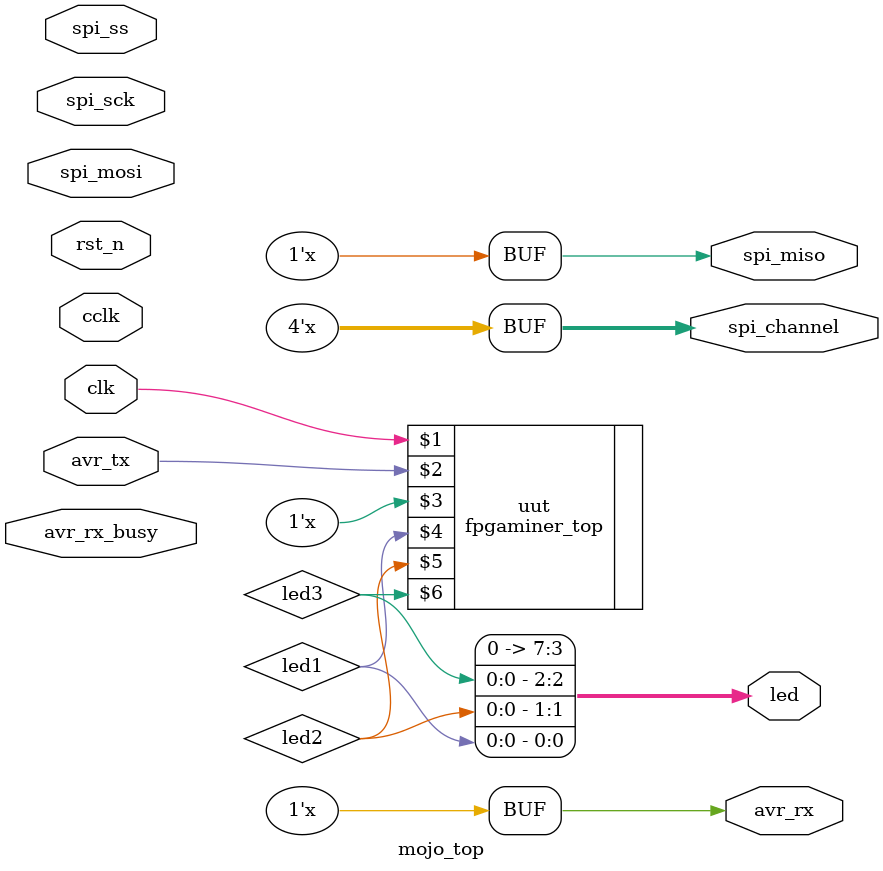
<source format=v>
module mojo_top(
    input clk,
    input rst_n,
    input cclk,
    output[7:0]led,
    output spi_miso,
    input spi_ss,
    input spi_mosi,
    input spi_sck,
    output [3:0] spi_channel,
    input avr_tx,
    output avr_rx,
    input avr_rx_busy
    );

wire rst = ~rst_n;

assign spi_miso = 1'bz;
assign avr_rx = 1'bz;
assign spi_channel = 4'bzzzz;
	 
// assign led = 8'b0;

wire led1, led2, led3;

assign led = { 5'b0, led3, led2, led1 };

// NB avr_rx and avr_tx are REVERSED wrt to RxD, TxD of fpgaminer_top !!
fpgaminer_top uut (clk, avr_tx, avr_rx, led1, led2, led3);

endmodule
</source>
